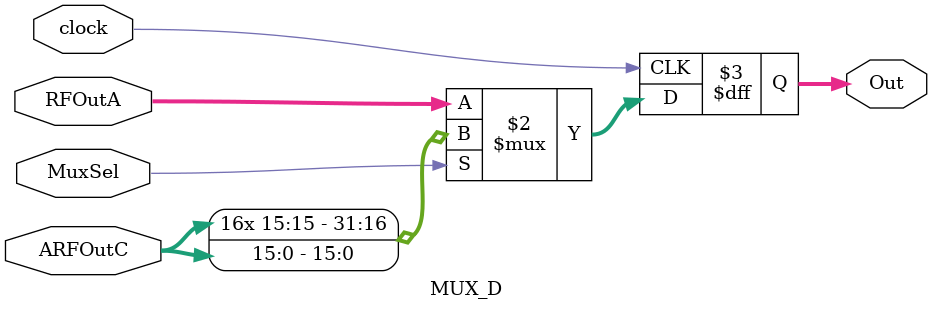
<source format=v>
`timescale 1ns / 1ps

module MUX_AB(
    input wire clock,
    input wire [1:0]  MuxSel,
    input wire [31:0] ALUOut,
    input wire [15:0] ARFOutC,
    input wire [31:0] DROut,
    input wire [7:0]  IROut,
    output reg [31:0] Out
);

    always @(posedge clock)
    begin
        case(MuxSel)
            2'b00:  Out <= ALUOut;
            2'b01:  Out <= {{16{ARFOutC[15]}}, ARFOutC};
            2'b10:  Out <= DROut;
            2'b11:  Out <= {{24{IROut[7]}}, IROut};
            
            default: Out <= Out;
        endcase
    end
endmodule

module MUX_C(
    input wire clock,
    input wire [1:0] MuxSel,
    input wire [7:0] ALUOut1,
    input wire [7:0] ALUOut2,
    input wire [7:0] ALUOut3,
    input wire [7:0] ALUOut4,
    output reg [7:0] Out
);

    always @(posedge clock)
    begin
        case(MuxSel)
            2'b00:  Out <= ALUOut1;
            2'b01:  Out <= ALUOut2;
            2'b10:  Out <= ALUOut3;
            2'b11:  Out <= ALUOut4;
            
            default: Out <= Out;
        endcase
    end

endmodule

module MUX_D(
    input wire clock,
    input wire MuxSel,
    input wire [31:0] RFOutA,
    input wire [15:0] ARFOutC,
    output reg [31:0] Out
);
    
    always @(posedge clock)
        Out <= (MuxSel) ? {{16{ARFOutC[15]}}, ARFOutC} : RFOutA;
    
endmodule

</source>
